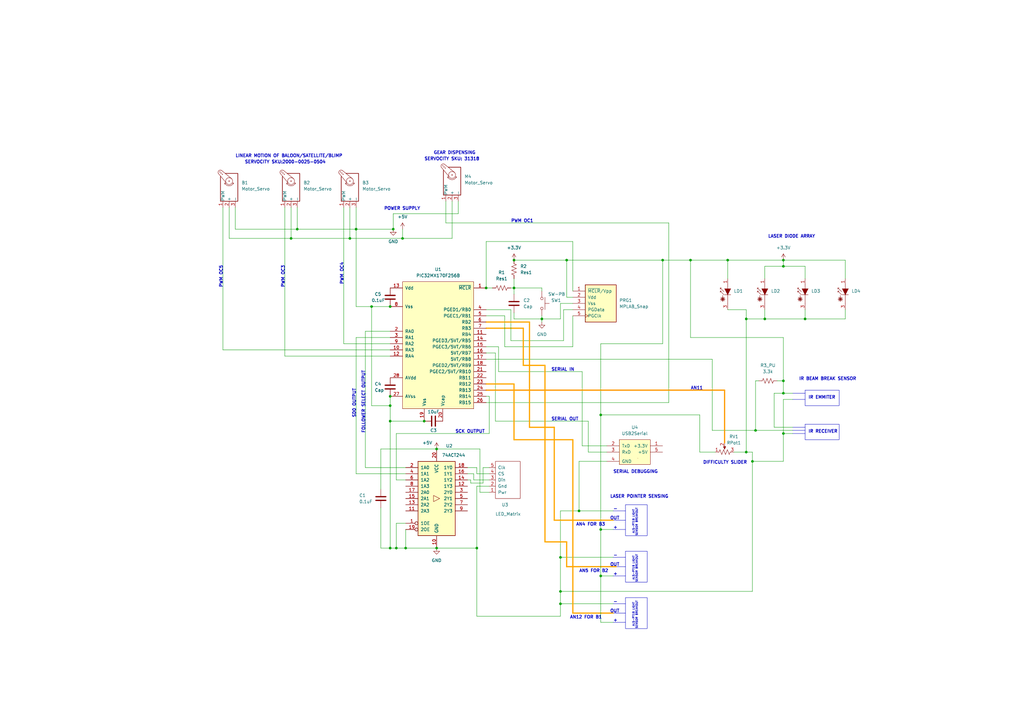
<source format=kicad_sch>
(kicad_sch (version 20230121) (generator eeschema)
  (paper "A3")
  (title_block (title "ME218A PROJECT") (date "2025-11-10") (rev "03") (company "STANFORD") (comment 1 "DRAFTED : KARTHI24"))
  (lib_symbols
    (symbol "Diode_Laser:PLT5_510" (pin_names (offset 1.016) hide)
      (property "Reference" "LD" (at -1.27 4.445 0))
      (property "Value" "PLT5_510" (at -1.27 -2.54 0))
      (symbol "PLT5_510_0_1"
        (polyline (pts (xy -4.064 1.27) (xy -2.54 2.794)))
        (polyline (pts (xy -4.064 1.778) (xy -2.54 2.286)))
        (polyline (pts (xy -4.064 2.286) (xy -2.54 1.778)))
        (polyline (pts (xy -4.064 2.794) (xy -2.54 1.27)))
        (polyline (pts (xy -3.556 2.794) (xy -3.048 1.27)))
        (polyline (pts (xy -3.302 2.032) (xy -3.302 1.016)))
        (polyline (pts (xy -3.302 2.032) (xy -3.302 3.048)))
        (polyline (pts (xy -3.048 2.794) (xy -3.556 1.27)))
        (polyline (pts (xy -1.778 2.032) (xy -4.318 2.032)))
        (polyline (pts (xy -1.524 1.27) (xy -1.524 -1.27)) (stroke (width 0.1524)))
        (polyline (pts (xy 1.27 3.048) (xy 0.762 3.048)))
        (polyline (pts (xy 2.54 0) (xy -5.08 0)))
        (polyline (pts (xy -0.254 1.524) (xy 1.27 3.048) (xy 1.27 2.54)))
        (polyline (pts (xy 1.016 1.27) (xy -1.524 0) (xy 1.016 -1.27)) (fill (type outline)))
        (polyline (pts (xy -1.524 1.524) (xy 0 3.048) (xy 0 2.54) (xy 0 3.048) (xy -0.508 3.048)))
      )
      (symbol "PLT5_510_1_1"
        (pin passive line (at 5.08 0 180) (length 2.54) (name "A") (number "1"))
        (pin no_connect line (at -1.27 0 0) (length 2.54) hide (name "NC") (number "2"))
        (pin passive line (at -7.62 0 0) (length 2.54) (name "C") (number "3"))
      )
    )
    (symbol "ME218_BaseLib:74xxx244" (pin_names (offset 1.016))
      (property "Reference" "U" (at -7.62 16.51 0))
      (property "Value" "74xxx244" (at -7.62 -16.51 0))
      (symbol "74xxx244_1_0"
        (polyline (pts (xy 1.27 0) (xy -1.27 1.27) (xy -1.27 -1.27) (xy 1.27 0)) (stroke (width 0.1524)))
        (pin input inverted (at -12.7 -10.16 0) (length 5.08) (name "1OE") (number "1"))
        (pin power_in line (at 0 -20.32 90) (length 5.08) (name "GND") (number "10"))
        (pin input line (at -12.7 -5.08 0) (length 5.08) (name "2A3") (number "11"))
        (pin output line (at 12.7 5.08 180) (length 5.08) (name "1Y3") (number "12"))
        (pin input line (at -12.7 -2.54 0) (length 5.08) (name "2A2") (number "13"))
        (pin output line (at 12.7 7.62 180) (length 5.08) (name "1Y2") (number "14"))
        (pin input line (at -12.7 0 0) (length 5.08) (name "2A1") (number "15"))
        (pin output line (at 12.7 10.16 180) (length 5.08) (name "1Y1") (number "16"))
        (pin input line (at -12.7 2.54 0) (length 5.08) (name "2A0") (number "17"))
        (pin output line (at 12.7 12.7 180) (length 5.08) (name "1Y0") (number "18"))
        (pin input inverted (at -12.7 -12.7 0) (length 5.08) (name "2OE") (number "19"))
        (pin input line (at -12.7 12.7 0) (length 5.08) (name "1A0") (number "2"))
        (pin power_in line (at 0 20.32 270) (length 5.08) (name "VCC") (number "20"))
        (pin output line (at 12.7 2.54 180) (length 5.08) (name "2Y0") (number "3"))
        (pin input line (at -12.7 10.16 0) (length 5.08) (name "1A1") (number "4"))
        (pin output line (at 12.7 0 180) (length 5.08) (name "2Y1") (number "5"))
        (pin input line (at -12.7 7.62 0) (length 5.08) (name "1A2") (number "6"))
        (pin output line (at 12.7 -2.54 180) (length 5.08) (name "2Y2") (number "7"))
        (pin input line (at -12.7 5.08 0) (length 5.08) (name "1A3") (number "8"))
        (pin output line (at 12.7 -5.08 180) (length 5.08) (name "2Y3") (number "9"))
      )
      (symbol "74xxx244_1_1"
        (rectangle (start -7.62 15.24) (end 7.62 -15.24) (stroke (width 0.254)) (fill (type background)))
      )
    )
    (symbol "ME218_BaseLib:Cap" (pin_numbers hide) (pin_names (offset 0.254))
      (property "Reference" "C" (at 0.635 2.54 0))
      (property "Value" "Cap" (at 0.635 -2.54 0))
      (symbol "Cap_0_1"
        (polyline (pts (xy -2.032 -0.762) (xy 2.032 -0.762)) (stroke (width 0.508)))
        (polyline (pts (xy -2.032 0.762) (xy 2.032 0.762)) (stroke (width 0.508)))
      )
      (symbol "Cap_1_1"
        (pin passive line (at 0 3.81 270) (length 2.794) (name "~") (number "1"))
        (pin passive line (at 0 -3.81 90) (length 2.794) (name "~") (number "2"))
      )
    )
    (symbol "ME218_BaseLib:LED_Matrix" (pin_names (offset 1.016))
      (property "Reference" "U" (at 1.27 17.78 0))
      (property "Value" "LED_Matrix" (at 5.08 0 0))
      (symbol "LED_Matrix_0_1"
        (rectangle (start 0 16.51) (end 10.16 1.27))
      )
      (symbol "LED_Matrix_1_1"
        (pin power_in line (at 12.7 13.97 180) (length 2.54) (name "Pwr") (number "1"))
        (pin power_in line (at 12.7 11.43 180) (length 2.54) (name "Gnd") (number "2"))
        (pin input line (at 12.7 8.89 180) (length 2.54) (name "Din") (number "3"))
        (pin input line (at 12.7 6.35 180) (length 2.54) (name "CS") (number "4"))
        (pin input line (at 12.7 3.81 180) (length 2.54) (name "Clk") (number "5"))
      )
    )
    (symbol "ME218_BaseLib:MPLAB_Snap" (pin_names (offset 1.016))
      (property "Reference" "PRG" (at 0 8.89 0))
      (property "Value" "MPLAB_Snap" (at 8.89 1.27 90))
      (symbol "MPLAB_Snap_0_1"
        (rectangle (start -6.35 7.62) (end 6.35 -7.62) (stroke (width 0.254)) (fill (type background)))
      )
      (symbol "MPLAB_Snap_1_1"
        (pin output line (at -11.43 5.08 0) (length 5.08) (name "~{MCLR}/Vpp") (number "1"))
        (pin input line (at -11.43 2.54 0) (length 5.08) (name "Vdd") (number "2"))
        (pin input line (at -11.43 0 0) (length 5.08) (name "Vss") (number "3"))
        (pin bidirectional line (at -11.43 -2.54 0) (length 5.08) (name "PGData") (number "4"))
        (pin output clock (at -11.43 -5.08 0) (length 5.08) (name "PGClk") (number "5"))
        (pin no_connect line (at -2.54 -11.43 0) (length 5.08) hide (name "NC") (number "6"))
        (pin no_connect line (at -2.54 -13.97 0) (length 5.08) hide (name "NC") (number "7"))
        (pin no_connect line (at -2.54 -16.51 0) (length 5.08) hide (name "NC") (number "8"))
      )
    )
    (symbol "ME218_BaseLib:Motor_Servo" (pin_names (offset 0.0254))
      (property "Reference" "M" (at -5.08 4.445 0))
      (property "Value" "Motor_Servo" (at -5.08 -4.064 0))
      (symbol "Motor_Servo_0_1"
        (polyline (pts (xy 2.413 -1.778) (xy 2.032 -1.778)))
        (polyline (pts (xy 2.413 -1.778) (xy 2.286 -1.397)))
        (polyline (pts (xy 2.413 1.778) (xy 1.905 1.778)))
        (polyline (pts (xy 2.413 1.778) (xy 2.286 1.397)))
        (polyline (pts (xy 6.35 4.445) (xy 2.54 1.27)))
        (polyline (pts (xy 7.62 3.175) (xy 4.191 -1.016)))
        (polyline (pts (xy 5.08 3.556) (xy -5.08 3.556) (xy -5.08 -3.556) (xy 6.35 -3.556) (xy 6.35 1.524)) (stroke (width 0.254)))
        (arc (start 2.413 1.778) (mid 1.2406 0) (end 2.413 -1.778))
        (circle (center 3.175 0) (radius 0.1778))
        (circle (center 3.175 0) (radius 1.4224))
        (circle (center 5.969 2.794) (radius 0.127))
        (circle (center 6.477 3.302) (radius 0.127))
        (circle (center 6.985 3.81) (radius 0.127))
        (arc (start 7.62 3.175) (mid 7.4485 4.2735) (end 6.35 4.445))
      )
      (symbol "Motor_Servo_1_1"
        (pin passive line (at -7.62 2.54 0) (length 2.54) (name "PWM") (number "1"))
        (pin passive line (at -7.62 0 0) (length 2.54) (name "+") (number "2"))
        (pin passive line (at -7.62 -2.54 0) (length 2.54) (name "-") (number "3"))
      )
    )
    (symbol "ME218_BaseLib:PIC32MX170F256B" (pin_names (offset 1.016))
      (property "Reference" "U" (at -20.32 25.4 0))
      (property "Value" "PIC32MX170F256B" (at -7.62 25.4 0))
      (symbol "PIC32MX170F256B_0_1"
        (rectangle (start -21.59 24.13) (end 7.62 -27.94) (fill (type background)))
      )
      (symbol "PIC32MX170F256B_1_1"
        (pin input line (at 12.7 21.59 180) (length 5.08) (name "~{MCLR}") (number "1"))
        (pin bidirectional line (at -26.67 -3.81 0) (length 5.08) (name "RA3") (number "10"))
        (pin bidirectional line (at 12.7 2.54 180) (length 5.08) (name "RB4") (number "11"))
        (pin bidirectional line (at -26.67 -6.35 0) (length 5.08) (name "RA4") (number "12"))
        (pin power_in line (at -26.67 21.59 0) (length 5.08) (name "Vdd") (number "13"))
        (pin bidirectional line (at 12.7 0 180) (length 5.08) (name "PGED3/5VT/RB5") (number "14"))
        (pin bidirectional line (at 12.7 -2.54 180) (length 5.08) (name "PGEC3/5VT/RB6") (number "15"))
        (pin bidirectional line (at 12.7 -5.08 180) (length 5.08) (name "5VT/RB7") (number "16"))
        (pin bidirectional line (at 12.7 -7.62 180) (length 5.08) (name "5VT/RB8") (number "17"))
        (pin bidirectional line (at 12.7 -10.16 180) (length 5.08) (name "PGED2/5VT/RB9") (number "18"))
        (pin power_in line (at -12.7 -33.02 90) (length 5.08) (name "Vss") (number "19"))
        (pin bidirectional line (at -26.67 3.81 0) (length 5.08) (name "RA0") (number "2"))
        (pin input line (at -5.08 -33.02 90) (length 5.08) (name "Vcap") (number "20"))
        (pin bidirectional line (at 12.7 -12.7 180) (length 5.08) (name "PGEC2/5VT/RB10") (number "21"))
        (pin bidirectional line (at 12.7 -15.24 180) (length 5.08) (name "RB11") (number "22"))
        (pin bidirectional line (at 12.7 -17.78 180) (length 5.08) (name "RB12") (number "23"))
        (pin bidirectional line (at 12.7 -20.32 180) (length 5.08) (name "RB13") (number "24"))
        (pin bidirectional line (at 12.7 -22.86 180) (length 5.08) (name "RB14") (number "25"))
        (pin bidirectional line (at 12.7 -25.4 180) (length 5.08) (name "RB15") (number "26"))
        (pin power_in line (at -26.67 -22.86 0) (length 5.08) (name "AVss") (number "27"))
        (pin power_in line (at -26.67 -15.24 0) (length 5.08) (name "AVdd") (number "28"))
        (pin bidirectional line (at -26.67 1.27 0) (length 5.08) (name "RA1") (number "3"))
        (pin bidirectional line (at 12.7 12.7 180) (length 5.08) (name "PGED1/RB0") (number "4"))
        (pin bidirectional line (at 12.7 10.16 180) (length 5.08) (name "PGEC1/RB1") (number "5"))
        (pin bidirectional line (at 12.7 7.62 180) (length 5.08) (name "RB2") (number "6"))
        (pin bidirectional line (at 12.7 5.08 180) (length 5.08) (name "RB3") (number "7"))
        (pin power_in line (at -26.67 13.97 0) (length 5.08) (name "Vss") (number "8"))
        (pin bidirectional line (at -26.67 -1.27 0) (length 5.08) (name "RA2") (number "9"))
      )
    )
    (symbol "ME218_BaseLib:RPot1" (pin_names (offset 1.016) hide)
      (property "Reference" "RV" (at -4.445 0 90))
      (property "Value" "RPot1" (at -2.54 0 90))
      (symbol "RPot1_0_1"
        (polyline (pts (xy 0 -2.286) (xy 0 -2.54)))
        (polyline (pts (xy 0 2.54) (xy 0 2.286)))
        (polyline (pts (xy 2.54 0) (xy 1.524 0)))
        (polyline (pts (xy 1.143 0) (xy 2.286 0.508) (xy 2.286 -0.508) (xy 1.143 0)) (fill (type outline)))
        (polyline (pts (xy 0 -0.762) (xy 1.016 -1.143) (xy 0 -1.524) (xy -1.016 -1.905) (xy 0 -2.286)))
        (polyline (pts (xy 0 0.762) (xy 1.016 0.381) (xy 0 0) (xy -1.016 -0.381) (xy 0 -0.762)))
        (polyline (pts (xy 0 2.286) (xy 1.016 1.905) (xy 0 1.524) (xy -1.016 1.143) (xy 0 0.762)))
      )
      (symbol "RPot1_1_1"
        (pin passive line (at 0 3.81 270) (length 1.27) (name "1") (number "1"))
        (pin passive line (at 3.81 0 180) (length 1.27) (name "2") (number "2"))
        (pin passive line (at 0 -3.81 90) (length 1.27) (name "3") (number "3"))
      )
    )
    (symbol "ME218_BaseLib:Res1" (pin_numbers hide) (pin_names (offset 0))
      (property "Reference" "R" (at 2.54 0 90))
      (property "Value" "Res1" (at -2.54 0 90))
      (symbol "Res1_0_1"
        (polyline (pts (xy 0 -2.286) (xy 0 -2.54)))
        (polyline (pts (xy 0 2.286) (xy 0 2.54)))
        (polyline (pts (xy 0 -0.762) (xy 1.016 -1.143) (xy 0 -1.524) (xy -1.016 -1.905) (xy 0 -2.286)))
        (polyline (pts (xy 0 0.762) (xy 1.016 0.381) (xy 0 0) (xy -1.016 -0.381) (xy 0 -0.762)))
        (polyline (pts (xy 0 2.286) (xy 1.016 1.905) (xy 0 1.524) (xy -1.016 1.143) (xy 0 0.762)))
      )
      (symbol "Res1_1_1"
        (pin passive line (at 0 3.81 270) (length 1.27) (name "~") (number "1"))
        (pin passive line (at 0 -3.81 90) (length 1.27) (name "~") (number "2"))
      )
    )
    (symbol "ME218_BaseLib:SW-PB" (pin_numbers hide) (pin_names (offset 1.016) hide)
      (property "Reference" "SW" (at 1.27 2.54 0))
      (property "Value" "SW-PB" (at 0 -1.524 0))
      (symbol "SW-PB_0_1"
        (circle (center -2.032 0) (radius 0.508))
        (polyline (pts (xy 0 1.27) (xy 0 3.048)))
        (polyline (pts (xy 2.54 1.27) (xy -2.54 1.27)))
        (circle (center 2.032 0) (radius 0.508))
        (pin passive line (at -5.08 0 0) (length 2.54) (name "1") (number "1"))
        (pin passive line (at 5.08 0 180) (length 2.54) (name "2") (number "2"))
      )
    )
    (symbol "ME218_BaseLib:USB2Serial" (pin_names (offset 1.016))
      (property "Reference" "U" (at 0 5.08 0))
      (property "Value" "USB2Serial" (at 0 -8.89 0))
      (symbol "USB2Serial_0_1"
        (rectangle (start -3.81 2.54) (end 8.89 -7.62) (fill (type background)))
        (rectangle (start 3.81 -5.08) (end 3.81 -5.08))
      )
      (symbol "USB2Serial_1_1"
        (pin power_out line (at 13.97 0 180) (length 5.08) (name "+3.3V") (number "1"))
        (pin output line (at -8.89 0 0) (length 5.08) (name "TxD") (number "2"))
        (pin input line (at -8.89 -2.54 0) (length 5.08) (name "RxD") (number "3"))
        (pin power_in line (at -8.89 -6.35 0) (length 5.08) (name "GND") (number "4"))
        (pin power_out line (at 13.97 -2.54 180) (length 5.08) (name "+5V") (number "5"))
      )
    )
    (symbol "power:+3.3V" (power) (pin_names (offset 0))
      (property "Value" "+3.3V" (at 0 3.556 0))
      (symbol "+3.3V_0_1"
        (polyline (pts (xy -0.762 1.27) (xy 0 2.54)))
        (polyline (pts (xy 0 0) (xy 0 2.54)))
        (polyline (pts (xy 0 2.54) (xy 0.762 1.27)))
      )
      (symbol "+3.3V_1_1"
        (pin power_in line (at 0 0 90) (length 0) hide (name "+3.3V") (number "1"))
      )
    )
    (symbol "power:+5V" (power) (pin_names (offset 0))
      (property "Value" "+5V" (at 0 3.556 0))
      (symbol "+5V_0_1"
        (polyline (pts (xy -0.762 1.27) (xy 0 2.54)))
        (polyline (pts (xy 0 0) (xy 0 2.54)))
        (polyline (pts (xy 0 2.54) (xy 0.762 1.27)))
      )
      (symbol "+5V_1_1"
        (pin power_in line (at 0 0 90) (length 0) hide (name "+5V") (number "1"))
      )
    )
    (symbol "power:GND" (power) (pin_names (offset 0))
      (property "Value" "GND" (at 0 -3.81 0))
      (symbol "GND_0_1"
        (polyline (pts (xy 0 0) (xy 0 -1.27) (xy 1.27 -1.27) (xy 0 -2.54) (xy -1.27 -1.27) (xy 0 -1.27)))
      )
      (symbol "GND_1_1"
        (pin power_in line (at 0 0 270) (length 0) hide (name "GND") (number "1"))
      )
    )
  )
  (junction (at 246.38 170.18))
  (junction (at 321.31 156.21))
  (junction (at 195.58 224.79))
  (junction (at 160.02 166.37))
  (junction (at 246.38 236.22))
  (junction (at 143.51 97.79))
  (junction (at 229.87 228.6))
  (junction (at 283.21 106.68))
  (junction (at 161.29 93.98))
  (junction (at 166.37 224.79))
  (junction (at 321.31 161.29))
  (junction (at 321.31 109.22))
  (junction (at 119.38 97.79))
  (junction (at 165.1 97.79))
  (junction (at 179.07 224.79))
  (junction (at 232.41 106.68))
  (junction (at 271.78 106.68))
  (junction (at 330.2 130.81))
  (junction (at 160.02 125.73))
  (junction (at 146.05 93.98))
  (junction (at 160.02 172.72))
  (junction (at 229.87 242.57))
  (junction (at 152.4 125.73))
  (junction (at 306.07 130.81))
  (junction (at 210.82 106.68))
  (junction (at 313.69 130.81))
  (junction (at 306.07 185.42))
  (junction (at 199.39 118.11))
  (junction (at 222.25 130.81))
  (junction (at 309.88 176.53))
  (junction (at 229.87 247.65))
  (junction (at 237.49 209.55))
  (junction (at 173.99 172.72))
  (junction (at 308.61 189.23))
  (junction (at 121.92 93.98))
  (junction (at 160.02 162.56))
  (junction (at 160.02 224.79))
  (junction (at 246.38 217.17))
  (junction (at 298.45 106.68))
  (junction (at 210.82 118.11))
  (junction (at 179.07 184.15))
  (junction (at 162.56 224.79))
  (junction (at 321.31 106.68))
  (junction (at 321.31 177.8))
  (wire (pts (xy 152.4 166.37) (xy 160.02 166.37)))
  (wire (pts (xy 308.61 185.42) (xy 308.61 189.23)))
  (polyline (pts (xy 251.46 232.41) (xy 252.73 232.41)))
  (wire (pts (xy 231.14 127) (xy 231.14 139.7)))
  (wire (pts (xy 160.02 166.37) (xy 160.02 172.72)))
  (wire (pts (xy 274.32 91.44) (xy 182.88 91.44)))
  (wire (pts (xy 199.39 99.06) (xy 199.39 118.11)))
  (polyline (pts (xy 325.12 161.29) (xy 330.2 161.29)))
  (wire (pts (xy 321.31 106.68) (xy 346.71 106.68)))
  (wire (pts (xy 160.02 135.89) (xy 149.86 135.89)))
  (wire (pts (xy 298.45 106.68) (xy 298.45 114.3)))
  (wire (pts (xy 116.84 85.09) (xy 116.84 146.05)))
  (wire (pts (xy 162.56 196.85) (xy 166.37 196.85)))
  (wire (pts (xy 287.02 170.18) (xy 246.38 170.18)))
  (polyline (pts (xy 251.46 213.36) (xy 252.73 213.36)))
  (wire (pts (xy 182.88 91.44) (xy 182.88 82.55)))
  (wire (pts (xy 238.76 182.88) (xy 238.76 152.4)))
  (wire (pts (xy 96.52 93.98) (xy 96.52 85.09)))
  (wire (pts (xy 193.04 198.12) (xy 198.12 198.12)))
  (wire (pts (xy 162.56 177.8) (xy 162.56 196.85)))
  (wire (pts (xy 246.38 255.27) (xy 251.46 255.27)))
  (wire (pts (xy 325.12 176.53) (xy 309.88 176.53)))
  (wire (pts (xy 193.04 196.85) (xy 191.77 196.85)))
  (wire (pts (xy 321.31 138.43) (xy 283.21 138.43)))
  (wire (pts (xy 194.31 196.85) (xy 194.31 194.31)))
  (wire (pts (xy 229.87 247.65) (xy 251.46 247.65)))
  (wire (pts (xy 287.02 185.42) (xy 287.02 170.18)))
  (wire (pts (xy 321.31 109.22) (xy 321.31 106.68)))
  (wire (pts (xy 297.18 181.61) (xy 297.18 160.02)) (stroke (width 0.5) (color 255 153 0 1)))
  (wire (pts (xy 195.58 199.39) (xy 195.58 224.79)))
  (wire (pts (xy 292.1 176.53) (xy 292.1 147.32)))
  (wire (pts (xy 251.46 213.36) (xy 227.33 213.36)) (stroke (width 0.5) (color 255 166 0 1)))
  (wire (pts (xy 200.66 196.85) (xy 194.31 196.85)))
  (wire (pts (xy 229.87 228.6) (xy 251.46 228.6)))
  (wire (pts (xy 306.07 130.81) (xy 306.07 127)))
  (wire (pts (xy 203.2 172.72) (xy 203.2 144.78)))
  (wire (pts (xy 214.63 149.86) (xy 223.52 149.86)) (stroke (width 0.5) (color 255 166 0 1)))
  (wire (pts (xy 203.2 144.78) (xy 199.39 144.78)))
  (wire (pts (xy 229.87 130.81) (xy 222.25 130.81)))
  (wire (pts (xy 160.02 172.72) (xy 173.99 172.72)))
  (wire (pts (xy 121.92 93.98) (xy 96.52 93.98)))
  (wire (pts (xy 160.02 172.72) (xy 160.02 224.79)))
  (wire (pts (xy 199.39 129.54) (xy 207.01 129.54)))
  (wire (pts (xy 234.95 127) (xy 231.14 127)))
  (wire (pts (xy 238.76 152.4) (xy 204.47 152.4)))
  (wire (pts (xy 185.42 82.55) (xy 185.42 97.79)))
  (wire (pts (xy 195.58 252.73) (xy 195.58 224.79)))
  (wire (pts (xy 251.46 251.46) (xy 234.95 251.46)) (stroke (width 0.5) (color 255 166 0 1)))
  (wire (pts (xy 161.29 87.63) (xy 187.96 87.63)))
  (wire (pts (xy 162.56 224.79) (xy 166.37 224.79)))
  (wire (pts (xy 149.86 191.77) (xy 166.37 191.77)))
  (wire (pts (xy 210.82 106.68) (xy 232.41 106.68)))
  (wire (pts (xy 166.37 224.79) (xy 179.07 224.79)))
  (wire (pts (xy 241.3 172.72) (xy 241.3 185.42)))
  (wire (pts (xy 229.87 228.6) (xy 229.87 242.57)))
  (wire (pts (xy 210.82 114.3) (xy 210.82 118.11)))
  (wire (pts (xy 146.05 125.73) (xy 152.4 125.73)))
  (wire (pts (xy 222.25 130.81) (xy 222.25 132.08)))
  (polyline (pts (xy 325.12 175.26) (xy 330.2 175.26)))
  (wire (pts (xy 207.01 142.24) (xy 234.95 142.24)))
  (wire (pts (xy 251.46 236.22) (xy 246.38 236.22)))
  (wire (pts (xy 209.55 127) (xy 199.39 127)))
  (wire (pts (xy 227.33 213.36) (xy 227.33 175.26)) (stroke (width 0.5) (color 255 166 0 1)))
  (wire (pts (xy 229.87 124.46) (xy 229.87 130.81)))
  (wire (pts (xy 223.52 149.86) (xy 223.52 222.25)) (stroke (width 0.5) (color 255 166 0 1)))
  (wire (pts (xy 313.69 130.81) (xy 313.69 127)))
  (wire (pts (xy 271.78 106.68) (xy 232.41 106.68)))
  (wire (pts (xy 217.17 132.08) (xy 199.39 132.08)) (stroke (width 0.5) (color 255 166 0 1)))
  (wire (pts (xy 166.37 217.17) (xy 166.37 224.79)))
  (wire (pts (xy 229.87 209.55) (xy 229.87 228.6)))
  (wire (pts (xy 251.46 209.55) (xy 237.49 209.55)))
  (wire (pts (xy 317.5 161.29) (xy 317.5 175.26)))
  (polyline (pts (xy 251.46 228.6) (xy 256.54 228.6)))
  (wire (pts (xy 210.82 130.81) (xy 222.25 130.81)))
  (polyline (pts (xy 325.12 176.53) (xy 330.2 176.53)))
  (wire (pts (xy 146.05 93.98) (xy 146.05 125.73)))
  (wire (pts (xy 119.38 85.09) (xy 119.38 97.79)))
  (wire (pts (xy 234.95 99.06) (xy 199.39 99.06)))
  (wire (pts (xy 306.07 185.42) (xy 306.07 130.81)))
  (wire (pts (xy 152.4 125.73) (xy 152.4 166.37)))
  (wire (pts (xy 234.95 251.46) (xy 234.95 180.34)) (stroke (width 0.5) (color 255 166 0 1)))
  (wire (pts (xy 248.92 182.88) (xy 238.76 182.88)))
  (wire (pts (xy 321.31 189.23) (xy 308.61 189.23)))
  (wire (pts (xy 210.82 118.11) (xy 222.25 118.11)))
  (wire (pts (xy 199.39 134.62) (xy 214.63 134.62)) (stroke (width 0.5) (color 255 166 0 1)))
  (wire (pts (xy 146.05 93.98) (xy 161.29 93.98)))
  (wire (pts (xy 317.5 175.26) (xy 325.12 175.26)))
  (wire (pts (xy 227.33 175.26) (xy 217.17 175.26)) (stroke (width 0.5) (color 255 166 0 1)))
  (wire (pts (xy 300.99 185.42) (xy 306.07 185.42)))
  (wire (pts (xy 237.49 209.55) (xy 229.87 209.55)))
  (wire (pts (xy 200.66 201.93) (xy 196.85 201.93)))
  (wire (pts (xy 156.21 224.79) (xy 160.02 224.79)))
  (wire (pts (xy 210.82 118.11) (xy 210.82 120.65)))
  (wire (pts (xy 283.21 106.68) (xy 298.45 106.68)))
  (wire (pts (xy 146.05 194.31) (xy 166.37 194.31)))
  (wire (pts (xy 318.77 156.21) (xy 321.31 156.21)))
  (polyline (pts (xy 252.73 232.41) (xy 256.54 232.41)))
  (wire (pts (xy 199.39 157.48) (xy 210.82 157.48)) (stroke (width 0.5) (color 255 166 0 1)))
  (wire (pts (xy 140.97 140.97) (xy 160.02 140.97)))
  (wire (pts (xy 204.47 152.4) (xy 204.47 142.24)))
  (wire (pts (xy 93.98 97.79) (xy 93.98 85.09)))
  (wire (pts (xy 156.21 184.15) (xy 156.21 200.66)))
  (wire (pts (xy 160.02 138.43) (xy 146.05 138.43)))
  (wire (pts (xy 251.46 217.17) (xy 246.38 217.17)))
  (wire (pts (xy 229.87 242.57) (xy 229.87 247.65)))
  (wire (pts (xy 234.95 119.38) (xy 234.95 99.06)))
  (wire (pts (xy 160.02 146.05) (xy 116.84 146.05)))
  (wire (pts (xy 156.21 208.28) (xy 156.21 224.79)))
  (wire (pts (xy 143.51 97.79) (xy 119.38 97.79)))
  (wire (pts (xy 321.31 161.29) (xy 325.12 161.29)))
  (wire (pts (xy 191.77 191.77) (xy 195.58 191.77)))
  (wire (pts (xy 210.82 128.27) (xy 210.82 130.81)))
  (wire (pts (xy 241.3 172.72) (xy 203.2 172.72)))
  (wire (pts (xy 321.31 161.29) (xy 317.5 161.29)))
  (wire (pts (xy 330.2 130.81) (xy 330.2 127)))
  (wire (pts (xy 200.66 191.77) (xy 198.12 191.77)))
  (wire (pts (xy 271.78 140.97) (xy 271.78 106.68)))
  (polyline (pts (xy 251.46 251.46) (xy 252.73 251.46)))
  (wire (pts (xy 146.05 93.98) (xy 146.05 85.09)))
  (wire (pts (xy 241.3 185.42) (xy 248.92 185.42)))
  (wire (pts (xy 321.31 163.83) (xy 321.31 177.8)))
  (wire (pts (xy 306.07 185.42) (xy 308.61 185.42)))
  (wire (pts (xy 274.32 165.1) (xy 199.39 165.1)))
  (wire (pts (xy 162.56 214.63) (xy 162.56 224.79)))
  (wire (pts (xy 166.37 214.63) (xy 162.56 214.63)))
  (wire (pts (xy 179.07 184.15) (xy 156.21 184.15)))
  (wire (pts (xy 140.97 85.09) (xy 140.97 140.97)))
  (wire (pts (xy 91.44 85.09) (xy 91.44 143.51)))
  (polyline (pts (xy 251.46 217.17) (xy 256.54 217.17)))
  (wire (pts (xy 292.1 147.32) (xy 199.39 147.32)))
  (wire (pts (xy 346.71 130.81) (xy 346.71 127)))
  (wire (pts (xy 309.88 156.21) (xy 311.15 156.21)))
  (wire (pts (xy 234.95 142.24) (xy 234.95 129.54)))
  (wire (pts (xy 330.2 114.3) (xy 330.2 109.22)))
  (wire (pts (xy 309.88 176.53) (xy 292.1 176.53)))
  (wire (pts (xy 330.2 130.81) (xy 346.71 130.81)))
  (polyline (pts (xy 251.46 255.27) (xy 256.54 255.27)))
  (wire (pts (xy 146.05 138.43) (xy 146.05 194.31)))
  (wire (pts (xy 195.58 191.77) (xy 195.58 194.31)))
  (polyline (pts (xy 325.12 177.8) (xy 330.2 177.8)))
  (polyline (pts (xy 251.46 236.22) (xy 256.54 236.22)))
  (wire (pts (xy 200.66 177.8) (xy 162.56 177.8)))
  (wire (pts (xy 149.86 135.89) (xy 149.86 191.77)))
  (wire (pts (xy 325.12 163.83) (xy 321.31 163.83)))
  (wire (pts (xy 231.14 139.7) (xy 209.55 139.7)))
  (wire (pts (xy 195.58 224.79) (xy 179.07 224.79)))
  (wire (pts (xy 161.29 87.63) (xy 161.29 93.98)))
  (wire (pts (xy 214.63 134.62) (xy 214.63 149.86)) (stroke (width 0.5) (color 255 166 0 1)))
  (wire (pts (xy 179.07 184.15) (xy 196.85 184.15)))
  (wire (pts (xy 200.66 162.56) (xy 200.66 177.8)))
  (wire (pts (xy 91.44 143.51) (xy 160.02 143.51)))
  (wire (pts (xy 160.02 162.56) (xy 160.02 166.37)))
  (wire (pts (xy 313.69 109.22) (xy 321.31 109.22)))
  (wire (pts (xy 246.38 170.18) (xy 246.38 140.97)))
  (wire (pts (xy 222.25 118.11) (xy 222.25 119.38)))
  (wire (pts (xy 121.92 93.98) (xy 121.92 85.09)))
  (wire (pts (xy 246.38 236.22) (xy 246.38 255.27)))
  (wire (pts (xy 209.55 139.7) (xy 209.55 127)))
  (wire (pts (xy 204.47 142.24) (xy 199.39 142.24)))
  (wire (pts (xy 198.12 191.77) (xy 198.12 198.12)))
  (wire (pts (xy 222.25 129.54) (xy 222.25 130.81)))
  (wire (pts (xy 193.04 198.12) (xy 193.04 196.85)))
  (wire (pts (xy 306.07 130.81) (xy 313.69 130.81)))
  (wire (pts (xy 271.78 106.68) (xy 283.21 106.68)))
  (wire (pts (xy 313.69 130.81) (xy 330.2 130.81)))
  (wire (pts (xy 119.38 97.79) (xy 93.98 97.79)))
  (wire (pts (xy 223.52 222.25) (xy 232.41 222.25)) (stroke (width 0.5) (color 255 166 0 1)))
  (wire (pts (xy 152.4 125.73) (xy 160.02 125.73)))
  (wire (pts (xy 232.41 222.25) (xy 232.41 232.41)) (stroke (width 0.5) (color 255 166 0 1)))
  (wire (pts (xy 143.51 97.79) (xy 165.1 97.79)))
  (wire (pts (xy 246.38 170.18) (xy 246.38 217.17)))
  (wire (pts (xy 143.51 85.09) (xy 143.51 97.79)))
  (wire (pts (xy 229.87 247.65) (xy 229.87 252.73)))
  (wire (pts (xy 234.95 180.34) (xy 210.82 180.34)) (stroke (width 0.5) (color 255 166 0 1)))
  (wire (pts (xy 185.42 97.79) (xy 165.1 97.79)))
  (wire (pts (xy 321.31 106.68) (xy 298.45 106.68)))
  (wire (pts (xy 232.41 106.68) (xy 232.41 121.92)))
  (wire (pts (xy 146.05 93.98) (xy 121.92 93.98)))
  (wire (pts (xy 207.01 129.54) (xy 207.01 142.24)))
  (wire (pts (xy 210.82 118.11) (xy 209.55 118.11)))
  (wire (pts (xy 199.39 118.11) (xy 201.93 118.11)))
  (wire (pts (xy 248.92 189.23) (xy 237.49 189.23)))
  (wire (pts (xy 234.95 124.46) (xy 229.87 124.46)))
  (wire (pts (xy 309.88 176.53) (xy 309.88 156.21)))
  (polyline (pts (xy 252.73 251.46) (xy 256.54 251.46)))
  (wire (pts (xy 237.49 189.23) (xy 237.49 209.55)))
  (wire (pts (xy 160.02 224.79) (xy 162.56 224.79)))
  (polyline (pts (xy 325.12 163.83) (xy 330.2 163.83)))
  (wire (pts (xy 196.85 201.93) (xy 196.85 184.15)))
  (wire (pts (xy 187.96 82.55) (xy 187.96 87.63)))
  (wire (pts (xy 232.41 232.41) (xy 252.73 232.41)) (stroke (width 0.5) (color 255 166 0 1)))
  (wire (pts (xy 306.07 127) (xy 298.45 127)))
  (wire (pts (xy 195.58 194.31) (xy 200.66 194.31)))
  (wire (pts (xy 308.61 242.57) (xy 229.87 242.57)))
  (wire (pts (xy 217.17 175.26) (xy 217.17 132.08)) (stroke (width 0.5) (color 255 166 0 1)))
  (polyline (pts (xy 251.46 209.55) (xy 256.54 209.55)))
  (wire (pts (xy 229.87 252.73) (xy 195.58 252.73)))
  (wire (pts (xy 283.21 138.43) (xy 283.21 106.68)))
  (wire (pts (xy 293.37 185.42) (xy 287.02 185.42)))
  (wire (pts (xy 274.32 91.44) (xy 274.32 165.1)))
  (wire (pts (xy 246.38 140.97) (xy 271.78 140.97)))
  (wire (pts (xy 199.39 162.56) (xy 200.66 162.56)))
  (wire (pts (xy 308.61 189.23) (xy 308.61 242.57)))
  (wire (pts (xy 330.2 109.22) (xy 321.31 109.22)))
  (wire (pts (xy 210.82 180.34) (xy 210.82 157.48)) (stroke (width 0.5) (color 255 166 0 1)))
  (wire (pts (xy 200.66 199.39) (xy 195.58 199.39)))
  (wire (pts (xy 346.71 106.68) (xy 346.71 114.3)))
  (wire (pts (xy 321.31 177.8) (xy 321.31 189.23)))
  (wire (pts (xy 321.31 177.8) (xy 325.12 177.8)))
  (wire (pts (xy 232.41 121.92) (xy 234.95 121.92)))
  (wire (pts (xy 191.77 194.31) (xy 194.31 194.31)))
  (wire (pts (xy 313.69 114.3) (xy 313.69 109.22)))
  (wire (pts (xy 321.31 156.21) (xy 321.31 161.29)))
  (wire (pts (xy 165.1 93.98) (xy 165.1 97.79)))
  (polyline (pts (xy 251.46 247.65) (xy 256.54 247.65)))
  (polyline (pts (xy 252.73 213.36) (xy 256.54 213.36)))
  (wire (pts (xy 321.31 138.43) (xy 321.31 156.21)))
  (wire (pts (xy 199.39 160.02) (xy 297.18 160.02)) (stroke (width 0.5) (color 255 153 0 1)))
  (wire (pts (xy 246.38 217.17) (xy 246.38 236.22)))
  (rectangle (start 330.2 173.99) (end 344.17 180.34))
  (rectangle (start 256.54 245.11) (end 265.43 257.81))
  (rectangle (start 256.54 226.06) (end 265.43 238.76))
  (rectangle (start 256.54 207.01) (end 265.43 219.71))
  (rectangle (start 330.2 160.02) (end 344.17 166.37))
  (text "ALS-PT19 LIGHT \nSENSOR BREAKOUT" (at 261.62 227.33 90) (effects (font (size 0.8 0.8) bold) (justify right bottom)))
  (text "AN12 FOR B1" (at 233.68 254 0) (effects (font (size 1.27 1.27) bold) (justify left bottom)))
  (text "LINEAR MOTION OF BALOON/SATELLITE/BLIMP" (at 96.52 64.77 0) (effects (font (size 1.27 1.27) (thickness 0.254) bold) (justify left bottom)))
  (text "PWM OC3" (at 116.84 118.11 90) (effects (font (size 1.27 1.27) bold) (justify left bottom)))
  (text "+" (at 251.46 255.27 0) (effects (font (size 1.27 1.27) bold) (justify left bottom)))
  (text "DIFFICULTY SLIDER" (at 288.29 190.5 0) (effects (font (size 1.27 1.27) bold) (justify left bottom)))
  (text "PWM OC5" (at 91.44 118.11 90) (effects (font (size 1.27 1.27) bold) (justify left bottom)))
  (text "SERIAL IN" (at 226.06 152.4 0) (effects (font (size 1.27 1.27) (thickness 0.254) bold) (justify left bottom)))
  (text "ALS-PT19 LIGHT \nSENSOR BREAKOUT" (at 261.62 246.38 90) (effects (font (size 0.8 0.8) bold) (justify right bottom)))
  (text "OUT" (at 250.19 251.46 0) (effects (font (size 1.27 1.27) bold) (justify left bottom)))
  (text "PWM OC4" (at 140.97 116.84 90) (effects (font (size 1.27 1.27) bold) (justify left bottom)))
  (text "IR EMMITER" (at 331.47 163.83 0) (effects (font (size 1.27 1.27) bold) (justify left bottom)))
  (text "PWM OC1" (at 209.55 91.44 0) (effects (font (size 1.27 1.27) bold) (justify left bottom)))
  (text "-" (at 251.46 209.55 0) (effects (font (size 1.27 1.27) bold) (justify left bottom)))
  (text "LASER DIODE ARRAY" (at 314.96 97.79 0) (effects (font (size 1.27 1.27) bold) (justify left bottom)))
  (text "FOLLOWER SELECT OUTPUT" (at 149.86 177.8 90) (effects (font (size 1.27 1.27) bold) (justify left bottom)))
  (text "OUT" (at 250.19 213.36 0) (effects (font (size 1.27 1.27) bold) (justify left bottom)))
  (text "SERIAL OUT" (at 226.06 172.72 0) (effects (font (size 1.27 1.27) (thickness 0.254) bold) (justify left bottom)))
  (text "AN5 FOR B2" (at 237.49 234.95 0) (effects (font (size 1.27 1.27) bold) (justify left bottom)))
  (text "OUT" (at 250.19 232.41 0) (effects (font (size 1.27 1.27) bold) (justify left bottom)))
  (text "+" (at 251.46 236.22 0) (effects (font (size 1.27 1.27) bold) (justify left bottom)))
  (text "+" (at 251.46 217.17 0) (effects (font (size 1.27 1.27) bold) (justify left bottom)))
  (text "-" (at 251.46 228.6 0) (effects (font (size 1.27 1.27) bold) (justify left bottom)))
  (text "SERVOCITY SKU:2000-0025-0504" (at 100.33 67.31 0) (effects (font (size 1.27 1.27) bold) (justify left bottom)))
  (text "POWER SUPPLY" (at 157.48 86.36 0) (effects (font (size 1.27 1.27) bold) (justify left bottom)))
  (text "AN4 FOR B3" (at 236.22 215.9 0) (effects (font (size 1.27 1.27) bold) (justify left bottom)))
  (text "IR RECEIVER" (at 331.47 177.8 0) (effects (font (size 1.27 1.27) bold) (justify left bottom)))
  (text "LASER POINTER SENSING" (at 250.19 204.47 0) (effects (font (size 1.27 1.27) bold) (justify left bottom)))
  (text "-" (at 251.46 247.65 0) (effects (font (size 1.27 1.27) bold) (justify left bottom)))
  (text "AN11" (at 283.21 160.02 0) (effects (font (size 1.27 1.27) bold) (justify left bottom)))
  (text "SCK OUTPUT" (at 186.69 177.8 0) (effects (font (size 1.27 1.27) bold) (justify left bottom)))
  (text "SD0 OUTPUT" (at 146.05 171.45 90) (effects (font (size 1.27 1.27) bold) (justify left bottom)))
  (text "SERVOCITY SKU: 31318" (at 173.99 66.04 0) (effects (font (size 1.27 1.27) (thickness 0.254) bold) (justify left bottom)))
  (text "GEAR DISPENSING" (at 177.8 63.5 0) (effects (font (size 1.27 1.27) bold) (justify left bottom)))
  (text "SERIAL DEBUGGING" (at 251.46 194.31 0) (effects (font (size 1.27 1.27) bold) (justify left bottom)))
  (text "IR BEAM BREAK SENSOR" (at 327.66 156.21 0) (effects (font (size 1.27 1.27) bold) (justify left bottom)))
  (text "ALS-PT19 LIGHT \nSENSOR BREAKOUT" (at 261.62 208.28 90) (effects (font (size 0.8 0.8) bold) (justify right bottom)))
  (symbol (lib_id "power:+3.3V") (at 321.31 106.68 0) (unit 1)
    (property "Reference" "#PWR05" (effects hide))
    (property "Value" "+3.3V" (at 321.31 101.6 0))
  )
  (symbol (lib_id "ME218_BaseLib:Cap") (at 156.21 204.47 0) (unit 1)
    (property "Reference" "C1" (at 147.32 203.2 0) (effects (justify left)))
    (property "Value" "0.1uF" (at 147.32 205.74 0) (effects (justify left)))
  )
  (symbol (lib_id "power:GND") (at 161.29 93.98 0) (unit 1)
    (property "Reference" "#PWR07" (effects hide))
    (property "Value" "GND" (at 161.29 99.06 0))
  )
  (symbol (lib_id "ME218_BaseLib:Motor_Servo") (at 93.98 77.47 90) (unit 1)
    (property "Reference" "B1" (at 99.06 74.9411 90) (effects (justify right)))
    (property "Value" "Motor_Servo" (at 99.06 77.4811 90) (effects (justify right)))
  )
  (symbol (lib_id "Diode_Laser:PLT5_510") (at 313.69 119.38 90) (unit 1)
    (property "Reference" "LD2" (at 316.23 119.38 90) (effects (justify right)))
    (property "Value" "PLT5_510" (effects hide))
    (property "Footprint" "OptoDevice:LaserDiode_TO38ICut-3" (effects hide))
    (property "Datasheet" "http://www.osram-os.com/Graphics/XPic2/00227065_0.pdf/PLT5%20510.pdf" (effects hide))
  )
  (symbol (lib_id "ME218_BaseLib:RPot1") (at 297.18 185.42 90) (unit 1)
    (property "Reference" "RV1" (at 300.99 179.07 90))
    (property "Value" "RPot1" (at 300.99 181.61 90))
  )
  (symbol (lib_id "ME218_BaseLib:Motor_Servo") (at 185.42 74.93 90) (unit 1)
    (property "Reference" "M4" (at 190.5 72.4011 90) (effects (justify right)))
    (property "Value" "Motor_Servo" (at 190.5 74.9411 90) (effects (justify right)))
  )
  (symbol (lib_id "ME218_BaseLib:LED_Matrix") (at 213.36 187.96 180) (unit 1)
    (property "Reference" "U3" (at 205.74 207.01 0) (effects (justify right)))
    (property "Value" "LED_Matrix" (at 203.2 210.82 0) (effects (justify right)))
  )
  (symbol (lib_id "ME218_BaseLib:USB2Serial") (at 257.81 182.88 0) (unit 1)
    (property "Reference" "U4" (at 260.35 175.26 0))
    (property "Value" "USB2Serial" (at 260.35 177.8 0))
  )
  (symbol (lib_id "ME218_BaseLib:Res1") (at 314.96 156.21 90) (unit 1)
    (property "Reference" "R3_PU" (at 314.96 149.86 90))
    (property "Value" "3.3k" (at 314.96 152.4 90))
  )
  (symbol (lib_id "Diode_Laser:PLT5_510") (at 346.71 119.38 90) (unit 1)
    (property "Reference" "LD4" (at 349.25 119.38 90) (effects (justify right)))
    (property "Value" "PLT5_510" (effects hide))
    (property "Footprint" "OptoDevice:LaserDiode_TO38ICut-3" (effects hide))
    (property "Datasheet" "http://www.osram-os.com/Graphics/XPic2/00227065_0.pdf/PLT5%20510.pdf" (effects hide))
  )
  (symbol (lib_id "power:GND") (at 222.25 132.08 0) (unit 1)
    (property "Reference" "#PWR04" (effects hide))
    (property "Value" "GND" (at 222.25 137.16 0))
  )
  (symbol (lib_id "power:+3.3V") (at 210.82 106.68 0) (unit 1)
    (property "Reference" "#PWR03" (effects hide))
    (property "Value" "+3.3V" (at 210.82 101.6 0))
  )
  (symbol (lib_id "ME218_BaseLib:Cap") (at 177.8 172.72 90) (unit 1)
    (property "Reference" "C3" (at 177.8 176.53 90))
    (property "Value" "10uF" (at 177.8 168.91 90))
  )
  (symbol (lib_id "ME218_BaseLib:74xxx244") (at 179.07 204.47 0) (unit 1)
    (property "Reference" "U2" (at 182.88 182.88 0) (effects (justify left)))
    (property "Value" "74ACT244" (at 181.2641 186.69 0) (effects (justify left)))
  )
  (symbol (lib_id "ME218_BaseLib:Cap") (at 160.02 121.92 0) (unit 1)
    (property "Reference" "C5" (at 153.67 120.65 0) (effects (justify left)))
    (property "Value" "0.1uF" (at 152.4 123.19 0) (effects (justify left)))
  )
  (symbol (lib_id "ME218_BaseLib:Res1") (at 205.74 118.11 90) (unit 1)
    (property "Reference" "R1" (at 205.74 111.76 90))
    (property "Value" "Res1" (at 205.74 114.3 90))
  )
  (symbol (lib_id "ME218_BaseLib:Motor_Servo") (at 119.38 77.47 90) (unit 1)
    (property "Reference" "B2" (at 124.46 74.9411 90) (effects (justify right)))
    (property "Value" "Motor_Servo" (at 124.46 77.4811 90) (effects (justify right)))
  )
  (symbol (lib_id "ME218_BaseLib:SW-PB") (at 222.25 124.46 270) (unit 1)
    (property "Reference" "SW1" (at 226.06 123.19 90) (effects (justify left)))
    (property "Value" "SW-PB" (at 224.79 120.65 90) (effects (justify left)))
  )
  (symbol (lib_id "power:GND") (at 179.07 224.79 0) (unit 1)
    (property "Reference" "#PWR02" (effects hide))
    (property "Value" "GND" (at 179.07 229.87 0))
  )
  (symbol (lib_id "ME218_BaseLib:Cap") (at 210.82 124.46 0) (unit 1)
    (property "Reference" "C2" (at 214.63 123.19 0) (effects (justify left)))
    (property "Value" "Cap" (at 214.63 125.73 0) (effects (justify left)))
  )
  (symbol (lib_id "power:+5V") (at 165.1 93.98 0) (unit 1)
    (property "Reference" "#PWR06" (effects hide))
    (property "Value" "+5V" (at 165.1 88.9 0))
  )
  (symbol (lib_id "ME218_BaseLib:Cap") (at 160.02 158.75 0) (unit 1)
    (property "Reference" "C4" (at 153.67 157.48 0) (effects (justify left)))
    (property "Value" "Cap" (at 153.67 160.02 0) (effects (justify left)))
  )
  (symbol (lib_id "ME218_BaseLib:PIC32MX170F256B") (at 186.69 139.7 0) (unit 1)
    (property "Reference" "U1" (at 179.705 110.49 0))
    (property "Value" "PIC32MX170F256B" (at 179.705 113.03 0))
  )
  (symbol (lib_id "Diode_Laser:PLT5_510") (at 330.2 119.38 90) (unit 1)
    (property "Reference" "LD3" (at 332.74 119.38 90) (effects (justify right)))
    (property "Value" "PLT5_510" (effects hide))
    (property "Footprint" "OptoDevice:LaserDiode_TO38ICut-3" (effects hide))
    (property "Datasheet" "http://www.osram-os.com/Graphics/XPic2/00227065_0.pdf/PLT5%20510.pdf" (effects hide))
  )
  (symbol (lib_id "power:+5V") (at 179.07 184.15 0) (unit 1)
    (property "Reference" "#PWR01" (effects hide))
    (property "Value" "+5V" (at 175.26 181.61 0))
  )
  (symbol (lib_id "ME218_BaseLib:Res1") (at 210.82 110.49 0) (unit 1)
    (property "Reference" "R2" (at 213.36 109.22 0) (effects (justify left)))
    (property "Value" "Res1" (at 213.36 111.76 0) (effects (justify left)))
  )
  (symbol (lib_id "ME218_BaseLib:Motor_Servo") (at 143.51 77.47 90) (unit 1)
    (property "Reference" "B3" (at 148.59 74.9411 90) (effects (justify right)))
    (property "Value" "Motor_Servo" (at 148.59 77.4811 90) (effects (justify right)))
  )
  (symbol (lib_id "ME218_BaseLib:MPLAB_Snap") (at 246.38 124.46 0) (unit 1)
    (property "Reference" "PRG1" (at 254 123.19 0) (effects (justify left)))
    (property "Value" "MPLAB_Snap" (at 254 125.73 0) (effects (justify left)))
  )
  (symbol (lib_id "Diode_Laser:PLT5_510") (at 298.45 119.38 90) (unit 1)
    (property "Reference" "LD1" (at 300.99 119.38 90) (effects (justify right)))
    (property "Value" "PLT5_510" (effects hide))
    (property "Footprint" "OptoDevice:LaserDiode_TO38ICut-3" (effects hide))
    (property "Datasheet" "http://www.osram-os.com/Graphics/XPic2/00227065_0.pdf/PLT5%20510.pdf" (effects hide))
  )
)
</source>
